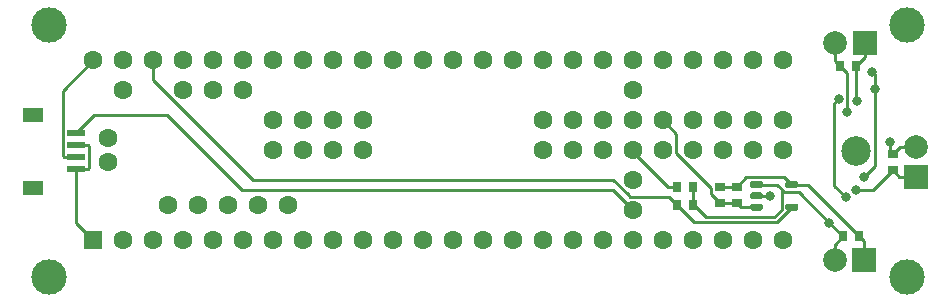
<source format=gbr>
%TF.GenerationSoftware,KiCad,Pcbnew,5.1.10*%
%TF.CreationDate,2021-08-13T05:13:14-07:00*%
%TF.ProjectId,main_board,6d61696e-5f62-46f6-9172-642e6b696361,rev?*%
%TF.SameCoordinates,Original*%
%TF.FileFunction,Copper,L2,Bot*%
%TF.FilePolarity,Positive*%
%FSLAX46Y46*%
G04 Gerber Fmt 4.6, Leading zero omitted, Abs format (unit mm)*
G04 Created by KiCad (PCBNEW 5.1.10) date 2021-08-13 05:13:14*
%MOMM*%
%LPD*%
G01*
G04 APERTURE LIST*
%TA.AperFunction,ComponentPad*%
%ADD10C,2.500000*%
%TD*%
%TA.AperFunction,ComponentPad*%
%ADD11C,3.000000*%
%TD*%
%TA.AperFunction,ComponentPad*%
%ADD12C,1.600000*%
%TD*%
%TA.AperFunction,ComponentPad*%
%ADD13R,1.600000X1.600000*%
%TD*%
%TA.AperFunction,SMDPad,CuDef*%
%ADD14R,1.800000X1.200000*%
%TD*%
%TA.AperFunction,SMDPad,CuDef*%
%ADD15R,1.550000X0.600000*%
%TD*%
%TA.AperFunction,SMDPad,CuDef*%
%ADD16R,0.900000X0.725000*%
%TD*%
%TA.AperFunction,SMDPad,CuDef*%
%ADD17R,0.725000X0.900000*%
%TD*%
%TA.AperFunction,SMDPad,CuDef*%
%ADD18C,2.000000*%
%TD*%
%TA.AperFunction,SMDPad,CuDef*%
%ADD19R,2.000000X2.000000*%
%TD*%
%TA.AperFunction,ViaPad*%
%ADD20C,0.800000*%
%TD*%
%TA.AperFunction,Conductor*%
%ADD21C,0.250000*%
%TD*%
G04 APERTURE END LIST*
D10*
%TO.P,H5,1*%
%TO.N,N/C*%
X125679200Y-83067000D03*
%TD*%
D11*
%TO.P,H3,1*%
%TO.N,N/C*%
X57360000Y-93744000D03*
%TD*%
%TO.P,H4,1*%
%TO.N,N/C*%
X57360000Y-72390000D03*
%TD*%
%TO.P,H2,1*%
%TO.N,N/C*%
X129974000Y-93744000D03*
%TD*%
%TO.P,H1,1*%
%TO.N,N/C*%
X129974000Y-72390000D03*
%TD*%
D12*
%TO.P,U1,87*%
%TO.N,Net-(U1-Pad87)*%
X62344300Y-82009900D03*
%TO.P,U1,88*%
%TO.N,Net-(U1-Pad88)*%
X62344300Y-84029900D03*
%TO.P,U1,86*%
%TO.N,Net-(U1-Pad86)*%
X76314300Y-80479900D03*
%TO.P,U1,85*%
%TO.N,Net-(U1-Pad85)*%
X78854300Y-80479900D03*
%TO.P,U1,84*%
%TO.N,Net-(U1-Pad84)*%
X81394300Y-80479900D03*
%TO.P,U1,83*%
%TO.N,Net-(U1-Pad83)*%
X83934300Y-80479900D03*
%TO.P,U1,66*%
%TO.N,Net-(U1-Pad66)*%
X83934300Y-83019900D03*
%TO.P,U1,65*%
%TO.N,Net-(U1-Pad65)*%
X81394300Y-83019900D03*
%TO.P,U1,63*%
%TO.N,Net-(U1-Pad63)*%
X76314300Y-83019900D03*
%TO.P,U1,64*%
%TO.N,Net-(U1-Pad64)*%
X78854300Y-83019900D03*
%TO.P,U1,67*%
%TO.N,Net-(U1-Pad67)*%
X99174300Y-83019900D03*
%TO.P,U1,82*%
%TO.N,Net-(U1-Pad82)*%
X99174300Y-80479900D03*
%TO.P,U1,68*%
%TO.N,Net-(U1-Pad68)*%
X101714300Y-83019900D03*
%TO.P,U1,81*%
%TO.N,Net-(U1-Pad81)*%
X101714300Y-80479900D03*
%TO.P,U1,69*%
%TO.N,Net-(U1-Pad69)*%
X104254300Y-83019900D03*
%TO.P,U1,80*%
%TO.N,Net-(U1-Pad80)*%
X104254300Y-80479900D03*
%TO.P,U1,74*%
%TO.N,Net-(U1-Pad74)*%
X119494300Y-83019900D03*
%TO.P,U1,75*%
%TO.N,Net-(U1-Pad75)*%
X119494300Y-80479900D03*
%TO.P,U1,70*%
%TO.N,Net-(U1-Pad70)*%
X109334300Y-83019900D03*
%TO.P,U1,71*%
%TO.N,Net-(U1-Pad71)*%
X111874300Y-83019900D03*
%TO.P,U1,72*%
%TO.N,Net-(U1-Pad72)*%
X114414300Y-83019900D03*
%TO.P,U1,73*%
%TO.N,Net-(U1-Pad73)*%
X116954300Y-83019900D03*
%TO.P,U1,76*%
%TO.N,Net-(U1-Pad76)*%
X116954300Y-80479900D03*
%TO.P,U1,77*%
%TO.N,Net-(U1-Pad77)*%
X114414300Y-80479900D03*
%TO.P,U1,78*%
%TO.N,AMP16*%
X111874300Y-80479900D03*
%TO.P,U1,79*%
%TO.N,AMP17*%
X109334300Y-80479900D03*
%TO.P,U1,62*%
%TO.N,Net-(U1-Pad62)*%
X77584300Y-87639900D03*
%TO.P,U1,61*%
%TO.N,Net-(U1-Pad61)*%
X75044300Y-87639900D03*
%TO.P,U1,60*%
%TO.N,Net-(U1-Pad60)*%
X72504300Y-87639900D03*
%TO.P,U1,59*%
%TO.N,Net-(U1-Pad59)*%
X69964300Y-87639900D03*
%TO.P,U1,58*%
%TO.N,Net-(U1-Pad58)*%
X67424300Y-87639900D03*
%TO.P,U1,57*%
%TO.N,Net-(U1-Pad57)*%
X73774300Y-77939900D03*
%TO.P,U1,56*%
%TO.N,Net-(U1-Pad56)*%
X71234300Y-77939900D03*
%TO.P,U1,55*%
%TO.N,Net-(U1-Pad55)*%
X68694300Y-77939900D03*
%TO.P,U1,54*%
%TO.N,Net-(U1-Pad54)*%
X63614300Y-77939900D03*
%TO.P,U1,53*%
%TO.N,BAT*%
X61074300Y-75399900D03*
%TO.P,U1,52*%
%TO.N,Net-(U1-Pad52)*%
X63614300Y-75399900D03*
%TO.P,U1,51*%
%TO.N,+3V3*%
X66154300Y-75399900D03*
%TO.P,U1,50*%
%TO.N,Net-(U1-Pad50)*%
X68694300Y-75399900D03*
%TO.P,U1,49*%
%TO.N,Net-(U1-Pad49)*%
X71234300Y-75399900D03*
%TO.P,U1,48*%
%TO.N,Net-(U1-Pad48)*%
X73774300Y-75399900D03*
%TO.P,U1,47*%
%TO.N,AMP14*%
X76314300Y-75399900D03*
%TO.P,U1,46*%
%TO.N,AMP13*%
X78854300Y-75399900D03*
%TO.P,U1,45*%
%TO.N,AMP12*%
X81394300Y-75399900D03*
%TO.P,U1,44*%
%TO.N,AMP4*%
X83934300Y-75399900D03*
%TO.P,U1,43*%
%TO.N,AMP3*%
X86474300Y-75399900D03*
%TO.P,U1,42*%
%TO.N,AMP2*%
X89014300Y-75399900D03*
%TO.P,U1,41*%
%TO.N,AMP1*%
X91554300Y-75399900D03*
%TO.P,U1,40*%
%TO.N,Net-(U1-Pad40)*%
X94094300Y-75399900D03*
%TO.P,U1,39*%
%TO.N,Net-(U1-Pad39)*%
X96634300Y-75399900D03*
%TO.P,U1,38*%
%TO.N,Net-(U1-Pad38)*%
X99174300Y-75399900D03*
D13*
%TO.P,U1,1*%
%TO.N,GND*%
X61074300Y-90639900D03*
D12*
%TO.P,U1,2*%
%TO.N,Net-(U1-Pad2)*%
X63614300Y-90639900D03*
%TO.P,U1,3*%
%TO.N,Net-(U1-Pad3)*%
X66154300Y-90639900D03*
%TO.P,U1,4*%
%TO.N,Net-(U1-Pad4)*%
X68694300Y-90639900D03*
%TO.P,U1,5*%
%TO.N,Net-(U1-Pad5)*%
X71234300Y-90639900D03*
%TO.P,U1,6*%
%TO.N,Net-(U1-Pad6)*%
X73774300Y-90639900D03*
%TO.P,U1,7*%
%TO.N,Net-(U1-Pad7)*%
X76314300Y-90639900D03*
%TO.P,U1,8*%
%TO.N,Net-(U1-Pad8)*%
X78854300Y-90639900D03*
%TO.P,U1,9*%
%TO.N,Net-(U1-Pad9)*%
X81394300Y-90639900D03*
%TO.P,U1,10*%
%TO.N,Net-(U1-Pad10)*%
X83934300Y-90639900D03*
%TO.P,U1,11*%
%TO.N,Net-(U1-Pad11)*%
X86474300Y-90639900D03*
%TO.P,U1,12*%
%TO.N,Net-(U1-Pad12)*%
X89014300Y-90639900D03*
%TO.P,U1,13*%
%TO.N,Net-(U1-Pad13)*%
X91554300Y-90639900D03*
%TO.P,U1,37*%
%TO.N,Net-(U1-Pad37)*%
X101714300Y-75399900D03*
%TO.P,U1,36*%
%TO.N,AMP11*%
X104254300Y-75399900D03*
%TO.P,U1,35*%
%TO.N,AMP10*%
X106794300Y-75399900D03*
%TO.P,U1,34*%
%TO.N,AMP9*%
X109334300Y-75399900D03*
%TO.P,U1,33*%
%TO.N,AMP8*%
X111874300Y-75399900D03*
%TO.P,U1,32*%
%TO.N,AMP7*%
X114414300Y-75399900D03*
%TO.P,U1,31*%
%TO.N,AMP6*%
X116954300Y-75399900D03*
%TO.P,U1,30*%
%TO.N,AMP15*%
X119494300Y-75399900D03*
%TO.P,U1,29*%
%TO.N,Net-(U1-Pad29)*%
X106794300Y-77939900D03*
%TO.P,U1,28*%
%TO.N,Net-(U1-Pad28)*%
X106794300Y-80479900D03*
%TO.P,U1,27*%
%TO.N,GND*%
X106794300Y-83019900D03*
%TO.P,U1,26*%
%TO.N,Net-(U1-Pad26)*%
X106794300Y-85559900D03*
%TO.P,U1,25*%
%TO.N,RTCBat*%
X106794300Y-88099900D03*
%TO.P,U1,24*%
%TO.N,Net-(U1-Pad24)*%
X119494300Y-90639900D03*
%TO.P,U1,23*%
%TO.N,Net-(U1-Pad23)*%
X116954300Y-90639900D03*
%TO.P,U1,22*%
%TO.N,Net-(U1-Pad22)*%
X114414300Y-90639900D03*
%TO.P,U1,21*%
%TO.N,Net-(U1-Pad21)*%
X111874300Y-90639900D03*
%TO.P,U1,14*%
%TO.N,Net-(U1-Pad14)*%
X94094300Y-90639900D03*
%TO.P,U1,15*%
%TO.N,Net-(U1-Pad15)*%
X96634300Y-90639900D03*
%TO.P,U1,16*%
%TO.N,Net-(U1-Pad16)*%
X99174300Y-90639900D03*
%TO.P,U1,20*%
%TO.N,Net-(U1-Pad20)*%
X109334300Y-90639900D03*
%TO.P,U1,19*%
%TO.N,Net-(U1-Pad19)*%
X106794300Y-90639900D03*
%TO.P,U1,18*%
%TO.N,Net-(U1-Pad18)*%
X104254300Y-90639900D03*
%TO.P,U1,17*%
%TO.N,Net-(U1-Pad17)*%
X101714300Y-90639900D03*
%TD*%
D14*
%TO.P,J1,5*%
%TO.N,Net-(J1-Pad5)*%
X56001100Y-86185300D03*
X56001100Y-79985300D03*
D15*
%TO.P,J1,4*%
%TO.N,RTCBat*%
X59601100Y-81585300D03*
%TO.P,J1,3*%
%TO.N,GND*%
X59601100Y-82585300D03*
%TO.P,J1,2*%
%TO.N,BAT*%
X59601100Y-83585300D03*
%TO.P,J1,1*%
%TO.N,GND*%
X59601100Y-84585300D03*
%TD*%
%TO.P,U4,4*%
%TO.N,UNAMP17*%
%TA.AperFunction,SMDPad,CuDef*%
G36*
G01*
X119680900Y-86070500D02*
X119680900Y-85770500D01*
G75*
G02*
X119830900Y-85620500I150000J0D01*
G01*
X120630900Y-85620500D01*
G75*
G02*
X120780900Y-85770500I0J-150000D01*
G01*
X120780900Y-86070500D01*
G75*
G02*
X120630900Y-86220500I-150000J0D01*
G01*
X119830900Y-86220500D01*
G75*
G02*
X119680900Y-86070500I0J150000D01*
G01*
G37*
%TD.AperFunction*%
%TO.P,U4,3*%
%TO.N,VGND*%
%TA.AperFunction,SMDPad,CuDef*%
G36*
G01*
X116680900Y-86070500D02*
X116680900Y-85770500D01*
G75*
G02*
X116830900Y-85620500I150000J0D01*
G01*
X117630900Y-85620500D01*
G75*
G02*
X117780900Y-85770500I0J-150000D01*
G01*
X117780900Y-86070500D01*
G75*
G02*
X117630900Y-86220500I-150000J0D01*
G01*
X116830900Y-86220500D01*
G75*
G02*
X116680900Y-86070500I0J150000D01*
G01*
G37*
%TD.AperFunction*%
%TO.P,U4,2*%
%TO.N,GND*%
%TA.AperFunction,SMDPad,CuDef*%
G36*
G01*
X116680900Y-87020500D02*
X116680900Y-86720500D01*
G75*
G02*
X116830900Y-86570500I150000J0D01*
G01*
X117630900Y-86570500D01*
G75*
G02*
X117780900Y-86720500I0J-150000D01*
G01*
X117780900Y-87020500D01*
G75*
G02*
X117630900Y-87170500I-150000J0D01*
G01*
X116830900Y-87170500D01*
G75*
G02*
X116680900Y-87020500I0J150000D01*
G01*
G37*
%TD.AperFunction*%
%TO.P,U4,5*%
%TO.N,+3V3*%
%TA.AperFunction,SMDPad,CuDef*%
G36*
G01*
X119680900Y-87970500D02*
X119680900Y-87670500D01*
G75*
G02*
X119830900Y-87520500I150000J0D01*
G01*
X120630900Y-87520500D01*
G75*
G02*
X120780900Y-87670500I0J-150000D01*
G01*
X120780900Y-87970500D01*
G75*
G02*
X120630900Y-88120500I-150000J0D01*
G01*
X119830900Y-88120500D01*
G75*
G02*
X119680900Y-87970500I0J150000D01*
G01*
G37*
%TD.AperFunction*%
%TO.P,U4,1*%
%TO.N,AMP17*%
%TA.AperFunction,SMDPad,CuDef*%
G36*
G01*
X116680900Y-87970500D02*
X116680900Y-87670500D01*
G75*
G02*
X116830900Y-87520500I150000J0D01*
G01*
X117630900Y-87520500D01*
G75*
G02*
X117780900Y-87670500I0J-150000D01*
G01*
X117780900Y-87970500D01*
G75*
G02*
X117630900Y-88120500I-150000J0D01*
G01*
X116830900Y-88120500D01*
G75*
G02*
X116680900Y-87970500I0J150000D01*
G01*
G37*
%TD.AperFunction*%
%TD*%
D16*
%TO.P,R8,2*%
%TO.N,AMP17*%
X115544600Y-87452200D03*
%TO.P,R8,1*%
%TO.N,UNAMP17*%
X115544600Y-86077200D03*
%TD*%
D17*
%TO.P,R7,2*%
%TO.N,UNAMP17*%
X125949300Y-90297000D03*
%TO.P,R7,1*%
%TO.N,VGND*%
X124574300Y-90297000D03*
%TD*%
D16*
%TO.P,R5,2*%
%TO.N,UNAMP16*%
X128778000Y-84696300D03*
%TO.P,R5,1*%
%TO.N,VGND*%
X128778000Y-83321300D03*
%TD*%
D17*
%TO.P,R4,2*%
%TO.N,UNAMP15*%
X125644500Y-75831700D03*
%TO.P,R4,1*%
%TO.N,VGND*%
X124269500Y-75831700D03*
%TD*%
%TO.P,R2,2*%
%TO.N,GND*%
X110502700Y-86080600D03*
%TO.P,R2,1*%
%TO.N,VGND*%
X111877700Y-86080600D03*
%TD*%
%TO.P,R1,2*%
%TO.N,VGND*%
X111848900Y-87655400D03*
%TO.P,R1,1*%
%TO.N,+3V3*%
X110473900Y-87655400D03*
%TD*%
D16*
%TO.P,C3,2*%
%TO.N,AMP17*%
X114147600Y-87452200D03*
%TO.P,C3,1*%
%TO.N,UNAMP17*%
X114147600Y-86077200D03*
%TD*%
D18*
%TO.P,BZ3,2*%
%TO.N,VGND*%
X123855600Y-92290900D03*
D19*
%TO.P,BZ3,1*%
%TO.N,UNAMP17*%
X126355600Y-92290900D03*
%TD*%
%TO.P,BZ2,1*%
%TO.N,UNAMP16*%
X130708400Y-85253200D03*
D18*
%TO.P,BZ2,2*%
%TO.N,VGND*%
X130708400Y-82753200D03*
%TD*%
%TO.P,BZ1,2*%
%TO.N,VGND*%
X123890400Y-73914000D03*
D19*
%TO.P,BZ1,1*%
%TO.N,UNAMP15*%
X126390400Y-73914000D03*
%TD*%
D20*
%TO.N,VGND*%
X123405900Y-89128600D03*
X128524000Y-82270600D03*
X124931001Y-79792999D03*
%TO.N,UNAMP15*%
X125780800Y-78803500D03*
%TO.N,UNAMP16*%
X125680700Y-86409300D03*
%TO.N,+3V3*%
X126326900Y-85293200D03*
X127228600Y-77838300D03*
X127038100Y-76365100D03*
%TO.N,GND*%
X118338600Y-86906100D03*
X124805400Y-86992500D03*
X124206000Y-78625700D03*
%TD*%
D21*
%TO.N,VGND*%
X111877700Y-87626600D02*
X111848900Y-87655400D01*
X111877700Y-86080600D02*
X111877700Y-87626600D01*
X123890400Y-75452600D02*
X124269500Y-75831700D01*
X123890400Y-73914000D02*
X123890400Y-75452600D01*
X129346100Y-82753200D02*
X128778000Y-83321300D01*
X130708400Y-82753200D02*
X129346100Y-82753200D01*
X123855600Y-91015700D02*
X124574300Y-90297000D01*
X123855600Y-92290900D02*
X123855600Y-91015700D01*
X120822810Y-86545510D02*
X123405900Y-89128600D01*
X119009132Y-85920500D02*
X119634142Y-86545510D01*
X117230900Y-85920500D02*
X119009132Y-85920500D01*
X119854890Y-86545510D02*
X120822810Y-86545510D01*
X119634142Y-86545510D02*
X119854890Y-86545510D01*
X123405900Y-89128600D02*
X124574300Y-90297000D01*
X111848900Y-87655400D02*
X111963200Y-87655400D01*
X112966500Y-88658700D02*
X118756290Y-88658700D01*
X111963200Y-87655400D02*
X112966500Y-88658700D01*
X119355890Y-86267258D02*
X119009132Y-85920500D01*
X119355890Y-88059100D02*
X119355890Y-86267258D01*
X118756290Y-88658700D02*
X119355890Y-88059100D01*
X128524000Y-83067300D02*
X128778000Y-83321300D01*
X128524000Y-82270600D02*
X128524000Y-83067300D01*
X124931001Y-76493201D02*
X124269500Y-75831700D01*
X124931001Y-79792999D02*
X124931001Y-79792999D01*
X124931001Y-79792999D02*
X124931001Y-76493201D01*
%TO.N,UNAMP15*%
X126390400Y-75085800D02*
X125644500Y-75831700D01*
X126390400Y-73914000D02*
X126390400Y-75085800D01*
X125644500Y-75831700D02*
X125644500Y-78667200D01*
X125644500Y-78667200D02*
X125780800Y-78803500D01*
X125780800Y-78803500D02*
X125780800Y-78803500D01*
%TO.N,UNAMP16*%
X129334900Y-85253200D02*
X128778000Y-84696300D01*
X130708400Y-85253200D02*
X129334900Y-85253200D01*
X128778000Y-84696300D02*
X128701800Y-84696300D01*
X128663700Y-84696300D02*
X128778000Y-84696300D01*
X127065000Y-86409300D02*
X125680700Y-86409300D01*
X128778000Y-84696300D02*
X127065000Y-86409300D01*
%TO.N,UNAMP17*%
X119605890Y-85295490D02*
X120230900Y-85920500D01*
X116326310Y-85295490D02*
X119605890Y-85295490D01*
X115544600Y-86077200D02*
X116326310Y-85295490D01*
X114147600Y-86077200D02*
X115544600Y-86077200D01*
X126355600Y-90703300D02*
X125949300Y-90297000D01*
X126355600Y-92290900D02*
X126355600Y-90703300D01*
X121595302Y-85920500D02*
X120230900Y-85920500D01*
X125949300Y-90274498D02*
X121595302Y-85920500D01*
X125949300Y-90297000D02*
X125949300Y-90274498D01*
%TO.N,AMP17*%
X114147600Y-87452200D02*
X115544600Y-87452200D01*
X115912900Y-87820500D02*
X117230900Y-87820500D01*
X115544600Y-87452200D02*
X115912900Y-87820500D01*
X113372599Y-86677199D02*
X114147600Y-87452200D01*
X113372599Y-86177997D02*
X113372599Y-86677199D01*
X110459301Y-83264699D02*
X113372599Y-86177997D01*
X110459301Y-81604901D02*
X110459301Y-83264699D01*
X109334300Y-80479900D02*
X110459301Y-81604901D01*
%TO.N,+3V3*%
X110528100Y-87655400D02*
X110473900Y-87655400D01*
X110104499Y-87285999D02*
X110473900Y-87655400D01*
X109793399Y-86974899D02*
X110473900Y-87655400D01*
X106544297Y-86974899D02*
X109793399Y-86974899D01*
X110473900Y-87655400D02*
X111927209Y-89108709D01*
X127228600Y-77838300D02*
X127228600Y-76555600D01*
X127228600Y-76555600D02*
X127038100Y-76365100D01*
X127038100Y-76365100D02*
X127038100Y-76365100D01*
X127254201Y-77863901D02*
X127228600Y-77838300D01*
X127254201Y-84365899D02*
X127254201Y-77863901D01*
X126326900Y-85293200D02*
X127254201Y-84365899D01*
X66154300Y-77064902D02*
X74611198Y-85521800D01*
X66154300Y-75399900D02*
X66154300Y-77064902D01*
X105091198Y-85521800D02*
X106317399Y-86748001D01*
X74611198Y-85521800D02*
X105091198Y-85521800D01*
X106317399Y-86748001D02*
X106544297Y-86974899D01*
X106084297Y-86514899D02*
X106317399Y-86748001D01*
X118942691Y-89108709D02*
X120230900Y-87820500D01*
X111927209Y-89108709D02*
X118942691Y-89108709D01*
%TO.N,GND*%
X110502700Y-86080600D02*
X109728000Y-86080600D01*
X109728000Y-86080600D02*
X109575600Y-85928200D01*
X109575600Y-85928200D02*
X109575600Y-85928200D01*
X117230900Y-86870500D02*
X118338600Y-86906100D01*
X118338600Y-86906100D02*
X118315700Y-86870500D01*
X59601100Y-89166700D02*
X61074300Y-90639900D01*
X59601100Y-84585300D02*
X59601100Y-89166700D01*
X106794300Y-83146900D02*
X106794300Y-83019900D01*
X109575600Y-85928200D02*
X106794300Y-83146900D01*
X123806001Y-85993101D02*
X124805400Y-86992500D01*
X123806001Y-79025699D02*
X123806001Y-85993101D01*
X124206000Y-78625700D02*
X123806001Y-79025699D01*
X60701101Y-84510299D02*
X60626100Y-84585300D01*
X60626100Y-84585300D02*
X59601100Y-84585300D01*
X60701101Y-82660301D02*
X60701101Y-84510299D01*
X60626100Y-82585300D02*
X60701101Y-82660301D01*
X59601100Y-82585300D02*
X60626100Y-82585300D01*
%TO.N,RTCBat*%
X61176400Y-80010000D02*
X59601100Y-81585300D01*
X67310000Y-80010000D02*
X61176400Y-80010000D01*
X73660000Y-86360000D02*
X67310000Y-80010000D01*
X105054400Y-86360000D02*
X73660000Y-86360000D01*
X106794300Y-88099900D02*
X105054400Y-86360000D01*
%TO.N,BAT*%
X59601100Y-83585300D02*
X58576100Y-83585300D01*
X58501099Y-77973101D02*
X61074300Y-75399900D01*
X58501099Y-83510299D02*
X58501099Y-77973101D01*
X58576100Y-83585300D02*
X58501099Y-83510299D01*
%TD*%
M02*

</source>
